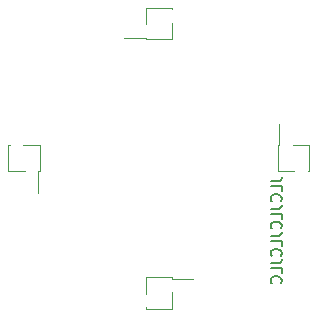
<source format=gbr>
%TF.GenerationSoftware,KiCad,Pcbnew,(6.0.8)*%
%TF.CreationDate,2022-11-08T14:14:13+01:00*%
%TF.ProjectId,Kockica,4b6f636b-6963-4612-9e6b-696361645f70,rev?*%
%TF.SameCoordinates,Original*%
%TF.FileFunction,Legend,Bot*%
%TF.FilePolarity,Positive*%
%FSLAX46Y46*%
G04 Gerber Fmt 4.6, Leading zero omitted, Abs format (unit mm)*
G04 Created by KiCad (PCBNEW (6.0.8)) date 2022-11-08 14:14:13*
%MOMM*%
%LPD*%
G01*
G04 APERTURE LIST*
%ADD10C,0.150000*%
%ADD11C,0.120000*%
%ADD12R,3.000000X0.650000*%
%ADD13R,0.650000X3.000000*%
G04 APERTURE END LIST*
D10*
X65707142Y-58142857D02*
X66350000Y-58142857D01*
X66478571Y-58100000D01*
X66564285Y-58014285D01*
X66607142Y-57885714D01*
X66607142Y-57800000D01*
X66607142Y-59000000D02*
X66607142Y-58571428D01*
X65707142Y-58571428D01*
X66521428Y-59814285D02*
X66564285Y-59771428D01*
X66607142Y-59642857D01*
X66607142Y-59557142D01*
X66564285Y-59428571D01*
X66478571Y-59342857D01*
X66392857Y-59300000D01*
X66221428Y-59257142D01*
X66092857Y-59257142D01*
X65921428Y-59300000D01*
X65835714Y-59342857D01*
X65750000Y-59428571D01*
X65707142Y-59557142D01*
X65707142Y-59642857D01*
X65750000Y-59771428D01*
X65792857Y-59814285D01*
X65707142Y-60457142D02*
X66350000Y-60457142D01*
X66478571Y-60414285D01*
X66564285Y-60328571D01*
X66607142Y-60200000D01*
X66607142Y-60114285D01*
X66607142Y-61314285D02*
X66607142Y-60885714D01*
X65707142Y-60885714D01*
X66521428Y-62128571D02*
X66564285Y-62085714D01*
X66607142Y-61957142D01*
X66607142Y-61871428D01*
X66564285Y-61742857D01*
X66478571Y-61657142D01*
X66392857Y-61614285D01*
X66221428Y-61571428D01*
X66092857Y-61571428D01*
X65921428Y-61614285D01*
X65835714Y-61657142D01*
X65750000Y-61742857D01*
X65707142Y-61871428D01*
X65707142Y-61957142D01*
X65750000Y-62085714D01*
X65792857Y-62128571D01*
X65707142Y-62771428D02*
X66350000Y-62771428D01*
X66478571Y-62728571D01*
X66564285Y-62642857D01*
X66607142Y-62514285D01*
X66607142Y-62428571D01*
X66607142Y-63628571D02*
X66607142Y-63200000D01*
X65707142Y-63200000D01*
X66521428Y-64442857D02*
X66564285Y-64400000D01*
X66607142Y-64271428D01*
X66607142Y-64185714D01*
X66564285Y-64057142D01*
X66478571Y-63971428D01*
X66392857Y-63928571D01*
X66221428Y-63885714D01*
X66092857Y-63885714D01*
X65921428Y-63928571D01*
X65835714Y-63971428D01*
X65750000Y-64057142D01*
X65707142Y-64185714D01*
X65707142Y-64271428D01*
X65750000Y-64400000D01*
X65792857Y-64442857D01*
X65707142Y-65085714D02*
X66350000Y-65085714D01*
X66478571Y-65042857D01*
X66564285Y-64957142D01*
X66607142Y-64828571D01*
X66607142Y-64742857D01*
X66607142Y-65942857D02*
X66607142Y-65514285D01*
X65707142Y-65514285D01*
X66521428Y-66757142D02*
X66564285Y-66714285D01*
X66607142Y-66585714D01*
X66607142Y-66500000D01*
X66564285Y-66371428D01*
X66478571Y-66285714D01*
X66392857Y-66242857D01*
X66221428Y-66200000D01*
X66092857Y-66200000D01*
X65921428Y-66242857D01*
X65835714Y-66285714D01*
X65750000Y-66371428D01*
X65707142Y-66500000D01*
X65707142Y-66585714D01*
X65750000Y-66714285D01*
X65792857Y-66757142D01*
D11*
%TO.C,J1*%
X55090000Y-46020000D02*
X53260000Y-46020000D01*
X55090000Y-43470000D02*
X57310000Y-43470000D01*
X55090000Y-44850000D02*
X55090000Y-43480000D01*
X57310000Y-46120000D02*
X57310000Y-44750000D01*
X55090000Y-46130000D02*
X57310000Y-46130000D01*
X55090000Y-46130000D02*
X55090000Y-46020000D01*
X57310000Y-43580000D02*
X57310000Y-43470000D01*
%TO.C,J4*%
X67550000Y-55090000D02*
X68920000Y-55090000D01*
X66380000Y-55090000D02*
X66380000Y-53260000D01*
X66270000Y-55090000D02*
X66380000Y-55090000D01*
X66280000Y-57310000D02*
X67650000Y-57310000D01*
X66270000Y-55090000D02*
X66270000Y-57310000D01*
X68930000Y-55090000D02*
X68930000Y-57310000D01*
X68820000Y-57310000D02*
X68930000Y-57310000D01*
%TO.C,J3*%
X57310000Y-66270000D02*
X57310000Y-66380000D01*
X57310000Y-66380000D02*
X59140000Y-66380000D01*
X57310000Y-67550000D02*
X57310000Y-68920000D01*
X57310000Y-68930000D02*
X55090000Y-68930000D01*
X55090000Y-66280000D02*
X55090000Y-67650000D01*
X57310000Y-66270000D02*
X55090000Y-66270000D01*
X55090000Y-68820000D02*
X55090000Y-68930000D01*
%TO.C,J2*%
X44850000Y-57310000D02*
X43480000Y-57310000D01*
X46130000Y-57310000D02*
X46020000Y-57310000D01*
X46120000Y-55090000D02*
X44750000Y-55090000D01*
X46020000Y-57310000D02*
X46020000Y-59140000D01*
X46130000Y-57310000D02*
X46130000Y-55090000D01*
X43580000Y-55090000D02*
X43470000Y-55090000D01*
X43470000Y-57310000D02*
X43470000Y-55090000D01*
%TD*%
%LPC*%
D12*
%TO.C,J1*%
X54700000Y-45435000D03*
X57700000Y-44165000D03*
%TD*%
D13*
%TO.C,J4*%
X66965000Y-54700000D03*
X68235000Y-57700000D03*
%TD*%
D12*
%TO.C,J3*%
X57700000Y-66965000D03*
X54700000Y-68235000D03*
%TD*%
D13*
%TO.C,J2*%
X45435000Y-57700000D03*
X44165000Y-54700000D03*
%TD*%
M02*

</source>
